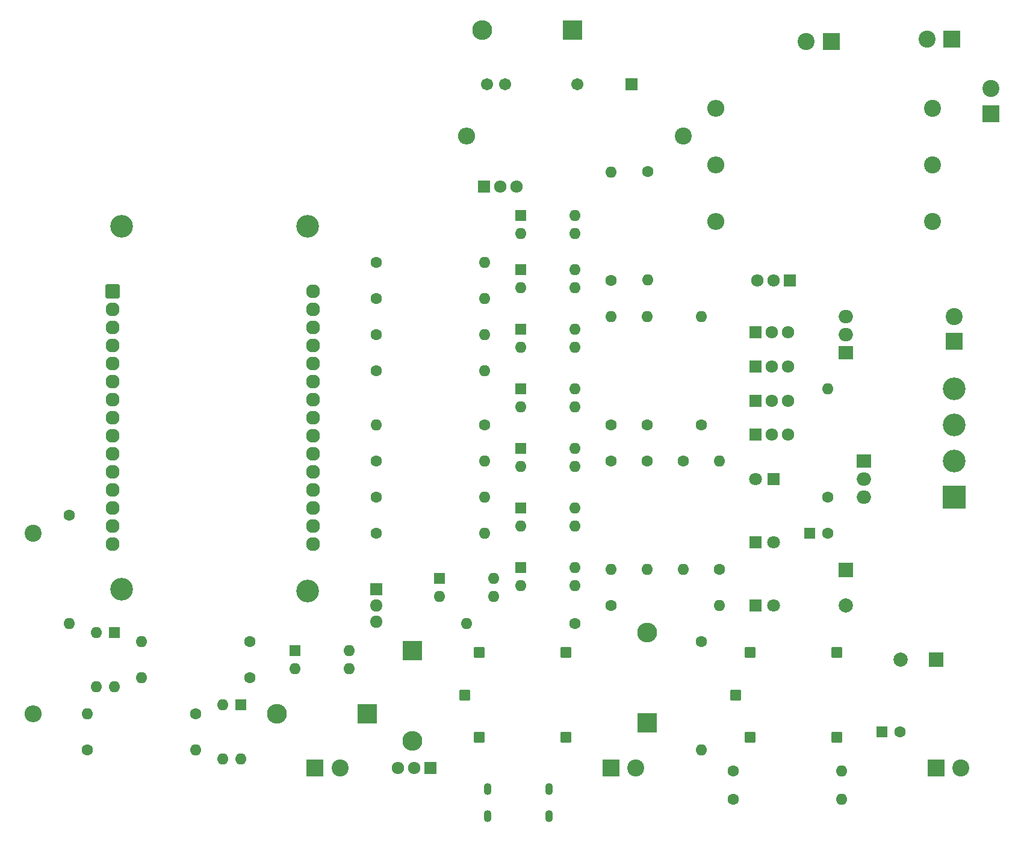
<source format=gbs>
%TF.GenerationSoftware,KiCad,Pcbnew,8.0.3*%
%TF.CreationDate,2024-07-02T09:29:00+05:30*%
%TF.ProjectId,new kicad,6e657720-6b69-4636-9164-2e6b69636164,rev?*%
%TF.SameCoordinates,Original*%
%TF.FileFunction,Soldermask,Bot*%
%TF.FilePolarity,Negative*%
%FSLAX46Y46*%
G04 Gerber Fmt 4.6, Leading zero omitted, Abs format (unit mm)*
G04 Created by KiCad (PCBNEW 8.0.3) date 2024-07-02 09:29:00*
%MOMM*%
%LPD*%
G01*
G04 APERTURE LIST*
G04 Aperture macros list*
%AMRoundRect*
0 Rectangle with rounded corners*
0 $1 Rounding radius*
0 $2 $3 $4 $5 $6 $7 $8 $9 X,Y pos of 4 corners*
0 Add a 4 corners polygon primitive as box body*
4,1,4,$2,$3,$4,$5,$6,$7,$8,$9,$2,$3,0*
0 Add four circle primitives for the rounded corners*
1,1,$1+$1,$2,$3*
1,1,$1+$1,$4,$5*
1,1,$1+$1,$6,$7*
1,1,$1+$1,$8,$9*
0 Add four rect primitives between the rounded corners*
20,1,$1+$1,$2,$3,$4,$5,0*
20,1,$1+$1,$4,$5,$6,$7,0*
20,1,$1+$1,$6,$7,$8,$9,0*
20,1,$1+$1,$8,$9,$2,$3,0*%
G04 Aperture macros list end*
%ADD10C,1.600000*%
%ADD11O,1.600000X1.600000*%
%ADD12C,3.200000*%
%ADD13RoundRect,0.102000X-0.876300X-0.876300X0.876300X-0.876300X0.876300X0.876300X-0.876300X0.876300X0*%
%ADD14C,1.956600*%
%ADD15R,2.400000X2.400000*%
%ADD16C,2.400000*%
%ADD17R,1.600000X1.600000*%
%ADD18R,2.000000X1.905000*%
%ADD19O,2.000000X1.905000*%
%ADD20R,1.800000X1.800000*%
%ADD21C,1.800000*%
%ADD22O,2.400000X2.400000*%
%ADD23R,1.710000X1.800000*%
%ADD24O,1.710000X1.800000*%
%ADD25R,3.200000X3.200000*%
%ADD26R,2.800000X2.800000*%
%ADD27O,2.800000X2.800000*%
%ADD28RoundRect,0.102000X-0.654000X-0.654000X0.654000X-0.654000X0.654000X0.654000X-0.654000X0.654000X0*%
%ADD29R,2.000000X2.000000*%
%ADD30C,2.000000*%
%ADD31R,1.800000X1.710000*%
%ADD32O,1.800000X1.710000*%
%ADD33O,1.100000X1.700000*%
%ADD34RoundRect,0.102000X0.754000X0.754000X-0.754000X0.754000X-0.754000X-0.754000X0.754000X-0.754000X0*%
%ADD35C,1.712000*%
G04 APERTURE END LIST*
D10*
%TO.C,R16*%
X109220000Y-132080000D03*
D11*
X93980000Y-132080000D03*
%TD*%
D12*
%TO.C,U1*%
X91186000Y-68580000D03*
X91186000Y-119634000D03*
X117348000Y-68580000D03*
X117348000Y-119888000D03*
D13*
X89916000Y-77724000D03*
D14*
X89916000Y-80264000D03*
X89916000Y-82804000D03*
X89916000Y-85344000D03*
X89916000Y-87884000D03*
X89916000Y-90424000D03*
X89916000Y-92964000D03*
X89916000Y-95504000D03*
X89916000Y-98044000D03*
X89916000Y-100584000D03*
X89916000Y-103124000D03*
X89916000Y-105664000D03*
X89916000Y-108204000D03*
X89916000Y-110744000D03*
X89916000Y-113284000D03*
X118110000Y-113284000D03*
X118110000Y-110744000D03*
X118110000Y-108204000D03*
X118110000Y-105664000D03*
X118110000Y-103124000D03*
X118110000Y-100584000D03*
X118110000Y-98044000D03*
X118110000Y-95504000D03*
X118110000Y-92964000D03*
X118110000Y-90424000D03*
X118110000Y-87884000D03*
X118110000Y-85344000D03*
X118110000Y-82804000D03*
X118110000Y-80264000D03*
X118110000Y-77724000D03*
%TD*%
D10*
%TO.C,R12*%
X109220000Y-127000000D03*
D11*
X93980000Y-127000000D03*
%TD*%
D10*
%TO.C,R13*%
X160020000Y-101600000D03*
D11*
X160020000Y-116840000D03*
%TD*%
D15*
%TO.C,J4*%
X118420000Y-144780000D03*
D16*
X121920000Y-144780000D03*
%TD*%
D10*
%TO.C,R22*%
X127000000Y-88900000D03*
D11*
X142240000Y-88900000D03*
%TD*%
D17*
%TO.C,U12*%
X115580000Y-128265000D03*
D11*
X115580000Y-130805000D03*
X123200000Y-130805000D03*
X123200000Y-128265000D03*
%TD*%
D17*
%TO.C,U9*%
X147320000Y-99823000D03*
D11*
X147320000Y-102363000D03*
X154940000Y-102363000D03*
X154940000Y-99823000D03*
%TD*%
D10*
%TO.C,R4*%
X172720000Y-127000000D03*
D11*
X172720000Y-142240000D03*
%TD*%
D18*
%TO.C,U8*%
X193040000Y-86360000D03*
D19*
X193040000Y-83820000D03*
X193040000Y-81280000D03*
%TD*%
D20*
%TO.C,D6*%
X180340000Y-113030000D03*
D21*
X182880000Y-113030000D03*
%TD*%
D16*
%TO.C,R23*%
X170180000Y-55880000D03*
D22*
X139700000Y-55880000D03*
%TD*%
D23*
%TO.C,Q7*%
X180340000Y-97940000D03*
D24*
X182620000Y-97940000D03*
X184900000Y-97940000D03*
%TD*%
D10*
%TO.C,R5*%
X127000000Y-101600000D03*
D11*
X142240000Y-101600000D03*
%TD*%
D25*
%TO.C,D3*%
X208280000Y-106680000D03*
D12*
X208280000Y-101600000D03*
X208280000Y-96520000D03*
X208280000Y-91440000D03*
%TD*%
D10*
%TO.C,R17*%
X170180000Y-101600000D03*
D11*
X170180000Y-116840000D03*
%TD*%
D10*
%TO.C,R14*%
X165100000Y-101600000D03*
D11*
X165100000Y-116840000D03*
%TD*%
D18*
%TO.C,U5*%
X195580000Y-101600000D03*
D19*
X195580000Y-104140000D03*
X195580000Y-106680000D03*
%TD*%
D10*
%TO.C,R27*%
X160020000Y-76200000D03*
D11*
X160020000Y-60960000D03*
%TD*%
D16*
%TO.C,R3*%
X78740000Y-111760000D03*
D22*
X78740000Y-137160000D03*
%TD*%
D10*
%TO.C,R6*%
X127000000Y-106680000D03*
D11*
X142240000Y-106680000D03*
%TD*%
D10*
%TO.C,R18*%
X142240000Y-96520000D03*
D11*
X127000000Y-96520000D03*
%TD*%
D15*
%TO.C,J7*%
X208000000Y-42250000D03*
D16*
X204500000Y-42250000D03*
%TD*%
D26*
%TO.C,D8*%
X154600000Y-41000000D03*
D27*
X141900000Y-41000000D03*
%TD*%
D10*
%TO.C,R20*%
X127000000Y-78740000D03*
D11*
X142240000Y-78740000D03*
%TD*%
D23*
%TO.C,Q5*%
X180340000Y-88340000D03*
D24*
X182620000Y-88340000D03*
X184900000Y-88340000D03*
%TD*%
D10*
%TO.C,R9*%
X172720000Y-96520000D03*
D11*
X172720000Y-81280000D03*
%TD*%
D10*
%TO.C,R25*%
X160020000Y-121920000D03*
D11*
X175260000Y-121920000D03*
%TD*%
D16*
%TO.C,R26*%
X205250000Y-60000000D03*
D22*
X174770000Y-60000000D03*
%TD*%
D17*
%TO.C,U14*%
X147320000Y-74674000D03*
D11*
X147320000Y-77214000D03*
X154940000Y-77214000D03*
X154940000Y-74674000D03*
%TD*%
D10*
%TO.C,R11*%
X175260000Y-116840000D03*
D11*
X175260000Y-101600000D03*
%TD*%
D10*
%TO.C,R33*%
X177260000Y-149250000D03*
D11*
X192500000Y-149250000D03*
%TD*%
D10*
%TO.C,R30*%
X165100000Y-96520000D03*
D11*
X165100000Y-81280000D03*
%TD*%
D10*
%TO.C,R21*%
X127000000Y-83820000D03*
D11*
X142240000Y-83820000D03*
%TD*%
D17*
%TO.C,U15*%
X147320000Y-83057000D03*
D11*
X147320000Y-85597000D03*
X154940000Y-85597000D03*
X154940000Y-83057000D03*
%TD*%
D17*
%TO.C,U11*%
X147320000Y-116589000D03*
D11*
X147320000Y-119129000D03*
X154940000Y-119129000D03*
X154940000Y-116589000D03*
%TD*%
D17*
%TO.C,U13*%
X147320000Y-67054000D03*
D11*
X147320000Y-69594000D03*
X154940000Y-69594000D03*
X154940000Y-67054000D03*
%TD*%
D10*
%TO.C,R1*%
X190500000Y-106680000D03*
D11*
X190500000Y-91440000D03*
%TD*%
D10*
%TO.C,R32*%
X177260000Y-145200000D03*
D11*
X192500000Y-145200000D03*
%TD*%
D10*
%TO.C,R2*%
X83820000Y-109220000D03*
D11*
X83820000Y-124460000D03*
%TD*%
D17*
%TO.C,C3*%
X188000000Y-111760000D03*
D10*
X190500000Y-111760000D03*
%TD*%
%TO.C,R7*%
X127000000Y-111760000D03*
D11*
X142240000Y-111760000D03*
%TD*%
D15*
%TO.C,J2*%
X191000000Y-42600000D03*
D16*
X187500000Y-42600000D03*
%TD*%
D15*
%TO.C,J1*%
X160020000Y-144780000D03*
D16*
X163520000Y-144780000D03*
%TD*%
D23*
%TO.C,Q6*%
X180340000Y-93140000D03*
D24*
X182620000Y-93140000D03*
X184900000Y-93140000D03*
%TD*%
D17*
%TO.C,U16*%
X147320000Y-91440000D03*
D11*
X147320000Y-93980000D03*
X154940000Y-93980000D03*
X154940000Y-91440000D03*
%TD*%
D10*
%TO.C,R15*%
X154940000Y-124460000D03*
D11*
X139700000Y-124460000D03*
%TD*%
D28*
%TO.C,U2*%
X141463250Y-128526750D03*
X139463250Y-134526750D03*
X141463250Y-140526750D03*
X153663250Y-140526750D03*
X153663250Y-128526750D03*
%TD*%
D20*
%TO.C,D4*%
X182880000Y-104140000D03*
D21*
X180340000Y-104140000D03*
%TD*%
D28*
%TO.C,U3*%
X179563250Y-128526750D03*
X177563250Y-134526750D03*
X179563250Y-140526750D03*
X191763250Y-140526750D03*
X191763250Y-128526750D03*
%TD*%
D20*
%TO.C,D7*%
X180340000Y-121920000D03*
D21*
X182880000Y-121920000D03*
%TD*%
D23*
%TO.C,Q4*%
X180340000Y-83540000D03*
D24*
X182620000Y-83540000D03*
X184900000Y-83540000D03*
%TD*%
D17*
%TO.C,U7*%
X107955000Y-135900000D03*
D11*
X105415000Y-135900000D03*
X105415000Y-143520000D03*
X107955000Y-143520000D03*
%TD*%
D10*
%TO.C,R28*%
X165250000Y-60880000D03*
D11*
X165250000Y-76120000D03*
%TD*%
D26*
%TO.C,D1*%
X132080000Y-128270000D03*
D27*
X132080000Y-140970000D03*
%TD*%
D23*
%TO.C,Q3*%
X185160000Y-76200000D03*
D24*
X182880000Y-76200000D03*
X180600000Y-76200000D03*
%TD*%
D29*
%TO.C,C2*%
X193040000Y-116920000D03*
D30*
X193040000Y-121920000D03*
%TD*%
D29*
%TO.C,C1*%
X205740000Y-129540000D03*
D30*
X200740000Y-129540000D03*
%TD*%
D16*
%TO.C,R31*%
X205250000Y-52050000D03*
D22*
X174770000Y-52050000D03*
%TD*%
D15*
%TO.C,J3*%
X208280000Y-84780000D03*
D16*
X208280000Y-81280000D03*
%TD*%
D23*
%TO.C,Q1*%
X134620000Y-144780000D03*
D24*
X132340000Y-144780000D03*
X130060000Y-144780000D03*
%TD*%
D31*
%TO.C,Q2*%
X127000000Y-119640000D03*
D32*
X127000000Y-121920000D03*
X127000000Y-124200000D03*
%TD*%
D10*
%TO.C,R19*%
X127000000Y-73660000D03*
D11*
X142240000Y-73660000D03*
%TD*%
D10*
%TO.C,R10*%
X86360000Y-142240000D03*
D11*
X101600000Y-142240000D03*
%TD*%
D17*
%TO.C,U4*%
X90175000Y-125740000D03*
D11*
X87635000Y-125740000D03*
X87635000Y-133360000D03*
X90175000Y-133360000D03*
%TD*%
D17*
%TO.C,C4*%
X198160000Y-139700000D03*
D10*
X200660000Y-139700000D03*
%TD*%
D17*
%TO.C,U6*%
X135900000Y-118105000D03*
D11*
X135900000Y-120645000D03*
X143520000Y-120645000D03*
X143520000Y-118105000D03*
%TD*%
D10*
%TO.C,R8*%
X101600000Y-137160000D03*
D11*
X86360000Y-137160000D03*
%TD*%
D33*
%TO.C,J6*%
X142680000Y-147750000D03*
X142680000Y-151550000D03*
X151320000Y-147750000D03*
X151320000Y-151550000D03*
%TD*%
D10*
%TO.C,R29*%
X160020000Y-96520000D03*
D11*
X160020000Y-81280000D03*
%TD*%
D16*
%TO.C,R24*%
X205250000Y-67950000D03*
D22*
X174770000Y-67950000D03*
%TD*%
D23*
%TO.C,Q8*%
X142190000Y-63000000D03*
D24*
X144470000Y-63000000D03*
X146750000Y-63000000D03*
%TD*%
D26*
%TO.C,D5*%
X125730000Y-137160000D03*
D27*
X113030000Y-137160000D03*
%TD*%
D15*
%TO.C,J8*%
X213500000Y-52750000D03*
D16*
X213500000Y-49250000D03*
%TD*%
D34*
%TO.C,K1*%
X162910000Y-48650000D03*
D35*
X155290000Y-48650000D03*
X145130000Y-48650000D03*
X142590000Y-48650000D03*
%TD*%
D15*
%TO.C,J5*%
X205740000Y-144780000D03*
D16*
X209240000Y-144780000D03*
%TD*%
D17*
%TO.C,U10*%
X147320000Y-108206000D03*
D11*
X147320000Y-110746000D03*
X154940000Y-110746000D03*
X154940000Y-108206000D03*
%TD*%
D26*
%TO.C,D2*%
X165100000Y-138430000D03*
D27*
X165100000Y-125730000D03*
%TD*%
M02*

</source>
